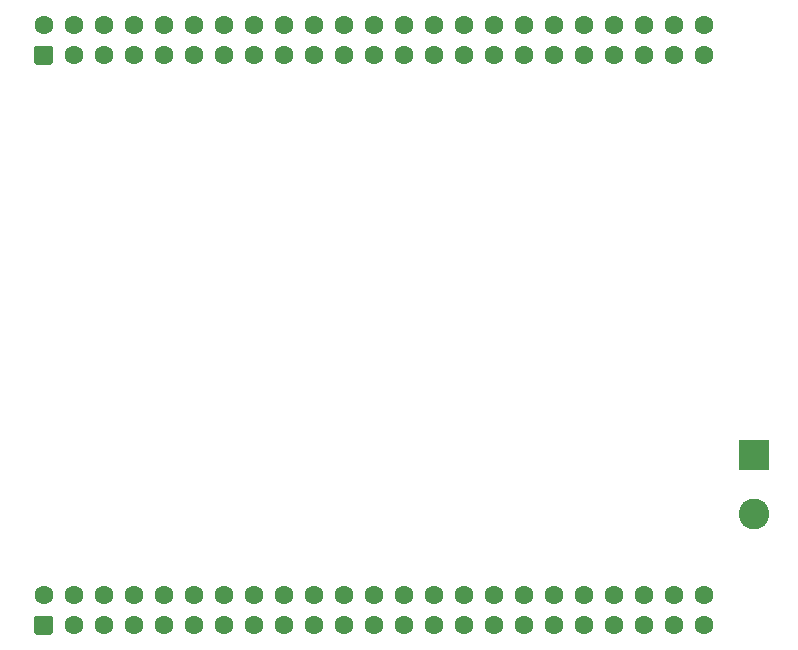
<source format=gbr>
%TF.GenerationSoftware,KiCad,Pcbnew,(6.0.11)*%
%TF.CreationDate,2024-05-08T14:50:23+07:00*%
%TF.ProjectId,CTP_Display_CANbus_revA,4354505f-4469-4737-906c-61795f43414e,rev?*%
%TF.SameCoordinates,PX5f5e100PY5f5e100*%
%TF.FileFunction,Soldermask,Bot*%
%TF.FilePolarity,Negative*%
%FSLAX46Y46*%
G04 Gerber Fmt 4.6, Leading zero omitted, Abs format (unit mm)*
G04 Created by KiCad (PCBNEW (6.0.11)) date 2024-05-08 14:50:23*
%MOMM*%
%LPD*%
G01*
G04 APERTURE LIST*
%ADD10C,1.600000*%
%ADD11C,2.600000*%
G04 APERTURE END LIST*
G36*
G01*
X2500000Y1300000D02*
X1220000Y1300000D01*
G75*
G02*
X1060000Y1460000I0J160000D01*
G01*
X1060000Y2740000D01*
G75*
G02*
X1220000Y2900000I160000J0D01*
G01*
X2500000Y2900000D01*
G75*
G02*
X2660000Y2740000I0J-160000D01*
G01*
X2660000Y1460000D01*
G75*
G02*
X2500000Y1300000I-160000J0D01*
G01*
G37*
D10*
X1860000Y4640000D03*
X4400000Y2100000D03*
X4400000Y4640000D03*
X6940000Y2100000D03*
X6940000Y4640000D03*
X9480000Y2100000D03*
X9480000Y4640000D03*
X12020000Y2100000D03*
X12020000Y4640000D03*
X14560000Y2100000D03*
X14560000Y4640000D03*
X17100000Y2100000D03*
X17100000Y4640000D03*
X19640000Y2100000D03*
X19640000Y4640000D03*
X22180000Y2100000D03*
X22180000Y4640000D03*
X24720000Y2100000D03*
X24720000Y4640000D03*
X27260000Y2100000D03*
X27260000Y4640000D03*
X29800000Y2100000D03*
X29800000Y4640000D03*
X32340000Y2100000D03*
X32340000Y4640000D03*
X34880000Y2100000D03*
X34880000Y4640000D03*
X37420000Y2100000D03*
X37420000Y4640000D03*
X39960000Y2100000D03*
X39960000Y4640000D03*
X42500000Y2100000D03*
X42500000Y4640000D03*
X45040000Y2100000D03*
X45040000Y4640000D03*
X47580000Y2100000D03*
X47580000Y4640000D03*
X50120000Y2100000D03*
X50120000Y4640000D03*
X52660000Y2100000D03*
X52660000Y4640000D03*
X55200000Y2100000D03*
X55200000Y4640000D03*
X57740000Y2100000D03*
X57740000Y4640000D03*
G36*
G01*
X60830000Y17800000D02*
X63170000Y17800000D01*
G75*
G02*
X63300000Y17670000I0J-130000D01*
G01*
X63300000Y15330000D01*
G75*
G02*
X63170000Y15200000I-130000J0D01*
G01*
X60830000Y15200000D01*
G75*
G02*
X60700000Y15330000I0J130000D01*
G01*
X60700000Y17670000D01*
G75*
G02*
X60830000Y17800000I130000J0D01*
G01*
G37*
D11*
X62000000Y11500000D03*
G36*
G01*
X2500000Y49560000D02*
X1220000Y49560000D01*
G75*
G02*
X1060000Y49720000I0J160000D01*
G01*
X1060000Y51000000D01*
G75*
G02*
X1220000Y51160000I160000J0D01*
G01*
X2500000Y51160000D01*
G75*
G02*
X2660000Y51000000I0J-160000D01*
G01*
X2660000Y49720000D01*
G75*
G02*
X2500000Y49560000I-160000J0D01*
G01*
G37*
D10*
X1860000Y52900000D03*
X4400000Y50360000D03*
X4400000Y52900000D03*
X6940000Y50360000D03*
X6940000Y52900000D03*
X9480000Y50360000D03*
X9480000Y52900000D03*
X12020000Y50360000D03*
X12020000Y52900000D03*
X14560000Y50360000D03*
X14560000Y52900000D03*
X17100000Y50360000D03*
X17100000Y52900000D03*
X19640000Y50360000D03*
X19640000Y52900000D03*
X22180000Y50360000D03*
X22180000Y52900000D03*
X24720000Y50360000D03*
X24720000Y52900000D03*
X27260000Y50360000D03*
X27260000Y52900000D03*
X29800000Y50360000D03*
X29800000Y52900000D03*
X32340000Y50360000D03*
X32340000Y52900000D03*
X34880000Y50360000D03*
X34880000Y52900000D03*
X37420000Y50360000D03*
X37420000Y52900000D03*
X39960000Y50360000D03*
X39960000Y52900000D03*
X42500000Y50360000D03*
X42500000Y52900000D03*
X45040000Y50360000D03*
X45040000Y52900000D03*
X47580000Y50360000D03*
X47580000Y52900000D03*
X50120000Y50360000D03*
X50120000Y52900000D03*
X52660000Y50360000D03*
X52660000Y52900000D03*
X55200000Y50360000D03*
X55200000Y52900000D03*
X57740000Y50360000D03*
X57740000Y52900000D03*
M02*

</source>
